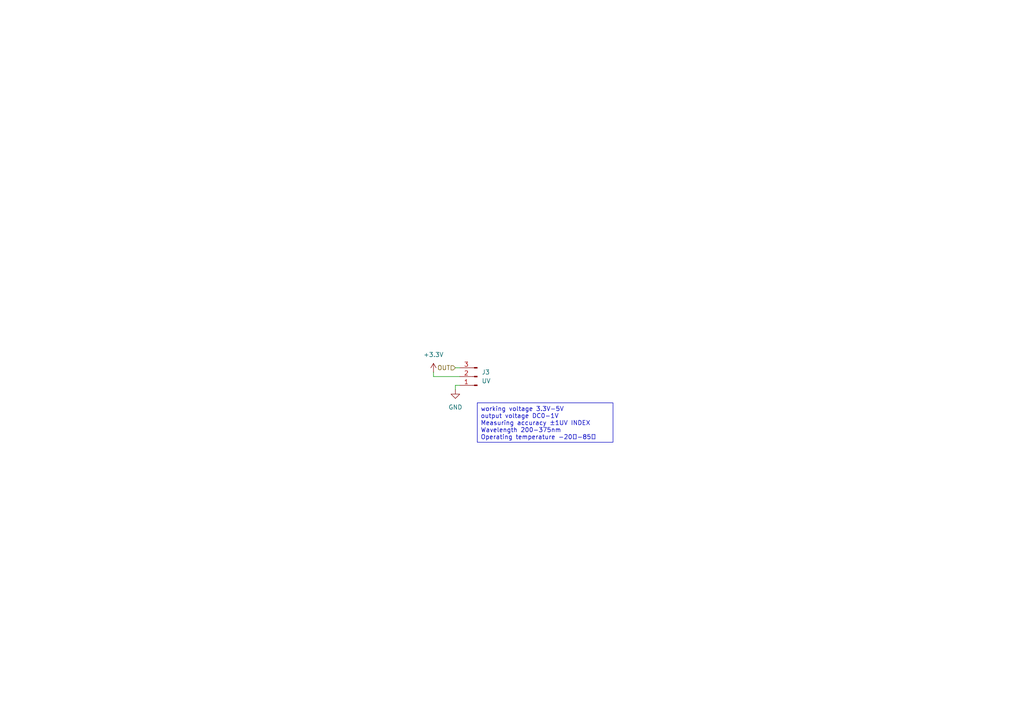
<source format=kicad_sch>
(kicad_sch (version 20250114) (generator "eeschema") (generator_version "9.0")
  (paper "A4")
  (lib_symbols
    (symbol "Connector:Conn_01x03_Pin" (pin_names (offset 1.016) (hide yes))
      (property "Reference" "J" (at 0 5.08 0))
      (property "Value" "Conn_01x03_Pin" (at 0 -5.08 0))
      (symbol "Conn_01x03_Pin_1_1"
        (rectangle (start 0.8636 2.667) (end 0 2.413) (stroke (width 0.1524)) (fill (type outline)))
        (rectangle (start 0.8636 0.127) (end 0 -0.127) (stroke (width 0.1524)) (fill (type outline)))
        (rectangle (start 0.8636 -2.413) (end 0 -2.667) (stroke (width 0.1524)) (fill (type outline)))
        (polyline (pts (xy 1.27 2.54) (xy 0.8636 2.54)) (stroke (width 0.1524)))
        (polyline (pts (xy 1.27 0) (xy 0.8636 0)) (stroke (width 0.1524)))
        (polyline (pts (xy 1.27 -2.54) (xy 0.8636 -2.54)) (stroke (width 0.1524)))
        (pin passive line (at 5.08 2.54 180) (length 3.81) (name "Pin_1") (number "1"))
        (pin passive line (at 5.08 0 180) (length 3.81) (name "Pin_2") (number "2"))
        (pin passive line (at 5.08 -2.54 180) (length 3.81) (name "Pin_3") (number "3"))
      )
    )
    (symbol "power:+3.3V" (power) (pin_numbers (hide yes)) (pin_names (offset 0) (hide yes))
      (property "Value" "+3.3V" (at 0 3.556 0))
      (symbol "+3.3V_0_1"
        (polyline (pts (xy -0.762 1.27) (xy 0 2.54)))
        (polyline (pts (xy 0 2.54) (xy 0.762 1.27)))
        (polyline (pts (xy 0 0) (xy 0 2.54)))
      )
      (symbol "+3.3V_1_1"
        (pin power_in line (at 0 0 90) (length 0) (name "~") (number "1"))
      )
    )
    (symbol "power:GND" (power) (pin_numbers (hide yes)) (pin_names (offset 0) (hide yes))
      (property "Value" "GND" (at 0 -3.81 0))
      (symbol "GND_0_1"
        (polyline (pts (xy 0 0) (xy 0 -1.27) (xy 1.27 -1.27) (xy 0 -2.54) (xy -1.27 -1.27) (xy 0 -1.27)))
      )
      (symbol "GND_1_1"
        (pin power_in line (at 0 0 270) (length 0) (name "~") (number "1"))
      )
    )
  )
  (text_box "working voltage 3.3V-5V\noutput voltage DC0-1V\nMeasuring accuracy ±1UV INDEX\nWavelength 200-375nm\nOperating temperature -20℃-85℃" (at 138.43 116.84 0) (size 39.37 11.43) (margins 0.9525 0.9525 0.9525 0.9525) (effects (font (size 1.27 1.27)) (justify left top)))
  (wire (pts (xy 132.08 113.03) (xy 132.08 111.76)))
  (wire (pts (xy 125.73 107.95) (xy 125.73 109.22)))
  (wire (pts (xy 132.08 106.68) (xy 133.35 106.68)))
  (wire (pts (xy 132.08 111.76) (xy 133.35 111.76)))
  (wire (pts (xy 125.73 109.22) (xy 133.35 109.22)))
  (hierarchical_label "OUT" (shape input) (at 132.08 106.68 180))
  (symbol (lib_id "Connector:Conn_01x03_Pin") (at 138.43 109.22 180) (unit 1)
    (property "Reference" "J3" (at 139.7 107.9499 0) (effects (justify right)))
    (property "Value" "UV" (at 139.7 110.4899 0) (effects (justify right)))
    (property "Footprint" "Connector_PinHeader_2.54mm:PinHeader_1x03_P2.54mm_Vertical" (effects (hide yes)))
    (property "Description" "Generic connector, single row, 01x03, script generated" (effects (hide yes)))
  )
  (symbol (lib_id "power:+3.3V") (at 125.73 107.95 0) (unit 1)
    (property "Reference" "#PWR06" (effects (hide yes)))
    (property "Value" "+3.3V" (at 125.73 102.87 0))
    (property "Description" "Power symbol creates a global label with name \"+3.3V\"" (effects (hide yes)))
  )
  (symbol (lib_id "power:GND") (at 132.08 113.03 0) (unit 1)
    (property "Reference" "#PWR05" (effects (hide yes)))
    (property "Value" "GND" (at 132.08 118.11 0))
    (property "Description" "Power symbol creates a global label with name \"GND\" , ground" (effects (hide yes)))
  )
)
</source>
